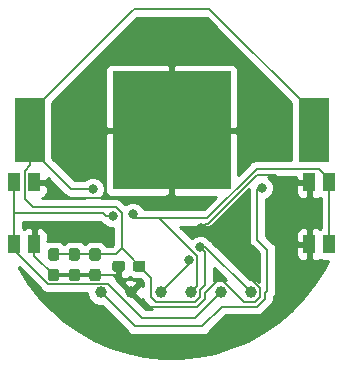
<source format=gbl>
G04 #@! TF.GenerationSoftware,KiCad,Pcbnew,5.0.1*
G04 #@! TF.CreationDate,2019-03-05T21:16:50+01:00*
G04 #@! TF.ProjectId,AnalogWatch,416E616C6F6757617463682E6B696361,rev?*
G04 #@! TF.SameCoordinates,Original*
G04 #@! TF.FileFunction,Copper,L2,Bot,Signal*
G04 #@! TF.FilePolarity,Positive*
%FSLAX46Y46*%
G04 Gerber Fmt 4.6, Leading zero omitted, Abs format (unit mm)*
G04 Created by KiCad (PCBNEW 5.0.1) date Di 05 Mär 2019 21:16:50 CET*
%MOMM*%
%LPD*%
G01*
G04 APERTURE LIST*
G04 #@! TA.AperFunction,SMDPad,CuDef*
%ADD10R,10.000000X10.000000*%
G04 #@! TD*
G04 #@! TA.AperFunction,SMDPad,CuDef*
%ADD11R,2.500000X5.500000*%
G04 #@! TD*
G04 #@! TA.AperFunction,BGAPad,CuDef*
%ADD12C,1.000000*%
G04 #@! TD*
G04 #@! TA.AperFunction,SMDPad,CuDef*
%ADD13R,1.000000X1.550000*%
G04 #@! TD*
G04 #@! TA.AperFunction,Conductor*
%ADD14C,0.100000*%
G04 #@! TD*
G04 #@! TA.AperFunction,SMDPad,CuDef*
%ADD15C,0.950000*%
G04 #@! TD*
G04 #@! TA.AperFunction,ViaPad*
%ADD16C,0.800000*%
G04 #@! TD*
G04 #@! TA.AperFunction,Conductor*
%ADD17C,0.200000*%
G04 #@! TD*
G04 #@! TA.AperFunction,Conductor*
%ADD18C,0.254000*%
G04 #@! TD*
G04 APERTURE END LIST*
D10*
G04 #@! TO.P,BT1,2*
G04 #@! TO.N,GND*
X100000000Y-95500000D03*
D11*
G04 #@! TO.P,BT1,1*
G04 #@! TO.N,VCC*
X88000000Y-95500000D03*
X112000000Y-95500000D03*
G04 #@! TD*
D12*
G04 #@! TO.P,J1,1*
G04 #@! TO.N,BT2*
X101600000Y-109220000D03*
G04 #@! TD*
G04 #@! TO.P,J2,1*
G04 #@! TO.N,C3_4*
X99060000Y-109220000D03*
G04 #@! TD*
G04 #@! TO.P,J3,1*
G04 #@! TO.N,RESET*
X93980000Y-109220000D03*
G04 #@! TD*
G04 #@! TO.P,J4,1*
G04 #@! TO.N,VCC*
X106680000Y-109220000D03*
G04 #@! TD*
G04 #@! TO.P,J5,1*
G04 #@! TO.N,BT1*
X104140000Y-109220000D03*
G04 #@! TD*
G04 #@! TO.P,J6,1*
G04 #@! TO.N,GND*
X96520000Y-109220000D03*
G04 #@! TD*
D13*
G04 #@! TO.P,SW1,1*
G04 #@! TO.N,BT1*
X86650000Y-105125000D03*
X86650000Y-99875000D03*
G04 #@! TO.P,SW1,2*
G04 #@! TO.N,GND*
X88350000Y-99875000D03*
X88350000Y-105125000D03*
G04 #@! TD*
G04 #@! TO.P,SW2,1*
G04 #@! TO.N,BT2*
X113350000Y-99875000D03*
X113350000Y-105125000D03*
G04 #@! TO.P,SW2,2*
G04 #@! TO.N,GND*
X111650000Y-105125000D03*
X111650000Y-99875000D03*
G04 #@! TD*
D14*
G04 #@! TO.N,VCC*
G04 #@! TO.C,C3*
G36*
X90260779Y-105476144D02*
X90283834Y-105479563D01*
X90306443Y-105485227D01*
X90328387Y-105493079D01*
X90349457Y-105503044D01*
X90369448Y-105515026D01*
X90388168Y-105528910D01*
X90405438Y-105544562D01*
X90421090Y-105561832D01*
X90434974Y-105580552D01*
X90446956Y-105600543D01*
X90456921Y-105621613D01*
X90464773Y-105643557D01*
X90470437Y-105666166D01*
X90473856Y-105689221D01*
X90475000Y-105712500D01*
X90475000Y-106287500D01*
X90473856Y-106310779D01*
X90470437Y-106333834D01*
X90464773Y-106356443D01*
X90456921Y-106378387D01*
X90446956Y-106399457D01*
X90434974Y-106419448D01*
X90421090Y-106438168D01*
X90405438Y-106455438D01*
X90388168Y-106471090D01*
X90369448Y-106484974D01*
X90349457Y-106496956D01*
X90328387Y-106506921D01*
X90306443Y-106514773D01*
X90283834Y-106520437D01*
X90260779Y-106523856D01*
X90237500Y-106525000D01*
X89762500Y-106525000D01*
X89739221Y-106523856D01*
X89716166Y-106520437D01*
X89693557Y-106514773D01*
X89671613Y-106506921D01*
X89650543Y-106496956D01*
X89630552Y-106484974D01*
X89611832Y-106471090D01*
X89594562Y-106455438D01*
X89578910Y-106438168D01*
X89565026Y-106419448D01*
X89553044Y-106399457D01*
X89543079Y-106378387D01*
X89535227Y-106356443D01*
X89529563Y-106333834D01*
X89526144Y-106310779D01*
X89525000Y-106287500D01*
X89525000Y-105712500D01*
X89526144Y-105689221D01*
X89529563Y-105666166D01*
X89535227Y-105643557D01*
X89543079Y-105621613D01*
X89553044Y-105600543D01*
X89565026Y-105580552D01*
X89578910Y-105561832D01*
X89594562Y-105544562D01*
X89611832Y-105528910D01*
X89630552Y-105515026D01*
X89650543Y-105503044D01*
X89671613Y-105493079D01*
X89693557Y-105485227D01*
X89716166Y-105479563D01*
X89739221Y-105476144D01*
X89762500Y-105475000D01*
X90237500Y-105475000D01*
X90260779Y-105476144D01*
X90260779Y-105476144D01*
G37*
D15*
G04 #@! TD*
G04 #@! TO.P,C3,1*
G04 #@! TO.N,VCC*
X90000000Y-106000000D03*
D14*
G04 #@! TO.N,GND*
G04 #@! TO.C,C3*
G36*
X90260779Y-107226144D02*
X90283834Y-107229563D01*
X90306443Y-107235227D01*
X90328387Y-107243079D01*
X90349457Y-107253044D01*
X90369448Y-107265026D01*
X90388168Y-107278910D01*
X90405438Y-107294562D01*
X90421090Y-107311832D01*
X90434974Y-107330552D01*
X90446956Y-107350543D01*
X90456921Y-107371613D01*
X90464773Y-107393557D01*
X90470437Y-107416166D01*
X90473856Y-107439221D01*
X90475000Y-107462500D01*
X90475000Y-108037500D01*
X90473856Y-108060779D01*
X90470437Y-108083834D01*
X90464773Y-108106443D01*
X90456921Y-108128387D01*
X90446956Y-108149457D01*
X90434974Y-108169448D01*
X90421090Y-108188168D01*
X90405438Y-108205438D01*
X90388168Y-108221090D01*
X90369448Y-108234974D01*
X90349457Y-108246956D01*
X90328387Y-108256921D01*
X90306443Y-108264773D01*
X90283834Y-108270437D01*
X90260779Y-108273856D01*
X90237500Y-108275000D01*
X89762500Y-108275000D01*
X89739221Y-108273856D01*
X89716166Y-108270437D01*
X89693557Y-108264773D01*
X89671613Y-108256921D01*
X89650543Y-108246956D01*
X89630552Y-108234974D01*
X89611832Y-108221090D01*
X89594562Y-108205438D01*
X89578910Y-108188168D01*
X89565026Y-108169448D01*
X89553044Y-108149457D01*
X89543079Y-108128387D01*
X89535227Y-108106443D01*
X89529563Y-108083834D01*
X89526144Y-108060779D01*
X89525000Y-108037500D01*
X89525000Y-107462500D01*
X89526144Y-107439221D01*
X89529563Y-107416166D01*
X89535227Y-107393557D01*
X89543079Y-107371613D01*
X89553044Y-107350543D01*
X89565026Y-107330552D01*
X89578910Y-107311832D01*
X89594562Y-107294562D01*
X89611832Y-107278910D01*
X89630552Y-107265026D01*
X89650543Y-107253044D01*
X89671613Y-107243079D01*
X89693557Y-107235227D01*
X89716166Y-107229563D01*
X89739221Y-107226144D01*
X89762500Y-107225000D01*
X90237500Y-107225000D01*
X90260779Y-107226144D01*
X90260779Y-107226144D01*
G37*
D15*
G04 #@! TD*
G04 #@! TO.P,C3,2*
G04 #@! TO.N,GND*
X90000000Y-107750000D03*
D14*
G04 #@! TO.N,GND*
G04 #@! TO.C,C4*
G36*
X92010779Y-107226144D02*
X92033834Y-107229563D01*
X92056443Y-107235227D01*
X92078387Y-107243079D01*
X92099457Y-107253044D01*
X92119448Y-107265026D01*
X92138168Y-107278910D01*
X92155438Y-107294562D01*
X92171090Y-107311832D01*
X92184974Y-107330552D01*
X92196956Y-107350543D01*
X92206921Y-107371613D01*
X92214773Y-107393557D01*
X92220437Y-107416166D01*
X92223856Y-107439221D01*
X92225000Y-107462500D01*
X92225000Y-108037500D01*
X92223856Y-108060779D01*
X92220437Y-108083834D01*
X92214773Y-108106443D01*
X92206921Y-108128387D01*
X92196956Y-108149457D01*
X92184974Y-108169448D01*
X92171090Y-108188168D01*
X92155438Y-108205438D01*
X92138168Y-108221090D01*
X92119448Y-108234974D01*
X92099457Y-108246956D01*
X92078387Y-108256921D01*
X92056443Y-108264773D01*
X92033834Y-108270437D01*
X92010779Y-108273856D01*
X91987500Y-108275000D01*
X91512500Y-108275000D01*
X91489221Y-108273856D01*
X91466166Y-108270437D01*
X91443557Y-108264773D01*
X91421613Y-108256921D01*
X91400543Y-108246956D01*
X91380552Y-108234974D01*
X91361832Y-108221090D01*
X91344562Y-108205438D01*
X91328910Y-108188168D01*
X91315026Y-108169448D01*
X91303044Y-108149457D01*
X91293079Y-108128387D01*
X91285227Y-108106443D01*
X91279563Y-108083834D01*
X91276144Y-108060779D01*
X91275000Y-108037500D01*
X91275000Y-107462500D01*
X91276144Y-107439221D01*
X91279563Y-107416166D01*
X91285227Y-107393557D01*
X91293079Y-107371613D01*
X91303044Y-107350543D01*
X91315026Y-107330552D01*
X91328910Y-107311832D01*
X91344562Y-107294562D01*
X91361832Y-107278910D01*
X91380552Y-107265026D01*
X91400543Y-107253044D01*
X91421613Y-107243079D01*
X91443557Y-107235227D01*
X91466166Y-107229563D01*
X91489221Y-107226144D01*
X91512500Y-107225000D01*
X91987500Y-107225000D01*
X92010779Y-107226144D01*
X92010779Y-107226144D01*
G37*
D15*
G04 #@! TD*
G04 #@! TO.P,C4,2*
G04 #@! TO.N,GND*
X91750000Y-107750000D03*
D14*
G04 #@! TO.N,VCC*
G04 #@! TO.C,C4*
G36*
X92010779Y-105476144D02*
X92033834Y-105479563D01*
X92056443Y-105485227D01*
X92078387Y-105493079D01*
X92099457Y-105503044D01*
X92119448Y-105515026D01*
X92138168Y-105528910D01*
X92155438Y-105544562D01*
X92171090Y-105561832D01*
X92184974Y-105580552D01*
X92196956Y-105600543D01*
X92206921Y-105621613D01*
X92214773Y-105643557D01*
X92220437Y-105666166D01*
X92223856Y-105689221D01*
X92225000Y-105712500D01*
X92225000Y-106287500D01*
X92223856Y-106310779D01*
X92220437Y-106333834D01*
X92214773Y-106356443D01*
X92206921Y-106378387D01*
X92196956Y-106399457D01*
X92184974Y-106419448D01*
X92171090Y-106438168D01*
X92155438Y-106455438D01*
X92138168Y-106471090D01*
X92119448Y-106484974D01*
X92099457Y-106496956D01*
X92078387Y-106506921D01*
X92056443Y-106514773D01*
X92033834Y-106520437D01*
X92010779Y-106523856D01*
X91987500Y-106525000D01*
X91512500Y-106525000D01*
X91489221Y-106523856D01*
X91466166Y-106520437D01*
X91443557Y-106514773D01*
X91421613Y-106506921D01*
X91400543Y-106496956D01*
X91380552Y-106484974D01*
X91361832Y-106471090D01*
X91344562Y-106455438D01*
X91328910Y-106438168D01*
X91315026Y-106419448D01*
X91303044Y-106399457D01*
X91293079Y-106378387D01*
X91285227Y-106356443D01*
X91279563Y-106333834D01*
X91276144Y-106310779D01*
X91275000Y-106287500D01*
X91275000Y-105712500D01*
X91276144Y-105689221D01*
X91279563Y-105666166D01*
X91285227Y-105643557D01*
X91293079Y-105621613D01*
X91303044Y-105600543D01*
X91315026Y-105580552D01*
X91328910Y-105561832D01*
X91344562Y-105544562D01*
X91361832Y-105528910D01*
X91380552Y-105515026D01*
X91400543Y-105503044D01*
X91421613Y-105493079D01*
X91443557Y-105485227D01*
X91466166Y-105479563D01*
X91489221Y-105476144D01*
X91512500Y-105475000D01*
X91987500Y-105475000D01*
X92010779Y-105476144D01*
X92010779Y-105476144D01*
G37*
D15*
G04 #@! TD*
G04 #@! TO.P,C4,1*
G04 #@! TO.N,VCC*
X91750000Y-106000000D03*
D14*
G04 #@! TO.N,GND*
G04 #@! TO.C,C5*
G36*
X95810779Y-106526144D02*
X95833834Y-106529563D01*
X95856443Y-106535227D01*
X95878387Y-106543079D01*
X95899457Y-106553044D01*
X95919448Y-106565026D01*
X95938168Y-106578910D01*
X95955438Y-106594562D01*
X95971090Y-106611832D01*
X95984974Y-106630552D01*
X95996956Y-106650543D01*
X96006921Y-106671613D01*
X96014773Y-106693557D01*
X96020437Y-106716166D01*
X96023856Y-106739221D01*
X96025000Y-106762500D01*
X96025000Y-107237500D01*
X96023856Y-107260779D01*
X96020437Y-107283834D01*
X96014773Y-107306443D01*
X96006921Y-107328387D01*
X95996956Y-107349457D01*
X95984974Y-107369448D01*
X95971090Y-107388168D01*
X95955438Y-107405438D01*
X95938168Y-107421090D01*
X95919448Y-107434974D01*
X95899457Y-107446956D01*
X95878387Y-107456921D01*
X95856443Y-107464773D01*
X95833834Y-107470437D01*
X95810779Y-107473856D01*
X95787500Y-107475000D01*
X95212500Y-107475000D01*
X95189221Y-107473856D01*
X95166166Y-107470437D01*
X95143557Y-107464773D01*
X95121613Y-107456921D01*
X95100543Y-107446956D01*
X95080552Y-107434974D01*
X95061832Y-107421090D01*
X95044562Y-107405438D01*
X95028910Y-107388168D01*
X95015026Y-107369448D01*
X95003044Y-107349457D01*
X94993079Y-107328387D01*
X94985227Y-107306443D01*
X94979563Y-107283834D01*
X94976144Y-107260779D01*
X94975000Y-107237500D01*
X94975000Y-106762500D01*
X94976144Y-106739221D01*
X94979563Y-106716166D01*
X94985227Y-106693557D01*
X94993079Y-106671613D01*
X95003044Y-106650543D01*
X95015026Y-106630552D01*
X95028910Y-106611832D01*
X95044562Y-106594562D01*
X95061832Y-106578910D01*
X95080552Y-106565026D01*
X95100543Y-106553044D01*
X95121613Y-106543079D01*
X95143557Y-106535227D01*
X95166166Y-106529563D01*
X95189221Y-106526144D01*
X95212500Y-106525000D01*
X95787500Y-106525000D01*
X95810779Y-106526144D01*
X95810779Y-106526144D01*
G37*
D15*
G04 #@! TD*
G04 #@! TO.P,C5,2*
G04 #@! TO.N,GND*
X95500000Y-107000000D03*
D14*
G04 #@! TO.N,VCC*
G04 #@! TO.C,C5*
G36*
X97560779Y-106526144D02*
X97583834Y-106529563D01*
X97606443Y-106535227D01*
X97628387Y-106543079D01*
X97649457Y-106553044D01*
X97669448Y-106565026D01*
X97688168Y-106578910D01*
X97705438Y-106594562D01*
X97721090Y-106611832D01*
X97734974Y-106630552D01*
X97746956Y-106650543D01*
X97756921Y-106671613D01*
X97764773Y-106693557D01*
X97770437Y-106716166D01*
X97773856Y-106739221D01*
X97775000Y-106762500D01*
X97775000Y-107237500D01*
X97773856Y-107260779D01*
X97770437Y-107283834D01*
X97764773Y-107306443D01*
X97756921Y-107328387D01*
X97746956Y-107349457D01*
X97734974Y-107369448D01*
X97721090Y-107388168D01*
X97705438Y-107405438D01*
X97688168Y-107421090D01*
X97669448Y-107434974D01*
X97649457Y-107446956D01*
X97628387Y-107456921D01*
X97606443Y-107464773D01*
X97583834Y-107470437D01*
X97560779Y-107473856D01*
X97537500Y-107475000D01*
X96962500Y-107475000D01*
X96939221Y-107473856D01*
X96916166Y-107470437D01*
X96893557Y-107464773D01*
X96871613Y-107456921D01*
X96850543Y-107446956D01*
X96830552Y-107434974D01*
X96811832Y-107421090D01*
X96794562Y-107405438D01*
X96778910Y-107388168D01*
X96765026Y-107369448D01*
X96753044Y-107349457D01*
X96743079Y-107328387D01*
X96735227Y-107306443D01*
X96729563Y-107283834D01*
X96726144Y-107260779D01*
X96725000Y-107237500D01*
X96725000Y-106762500D01*
X96726144Y-106739221D01*
X96729563Y-106716166D01*
X96735227Y-106693557D01*
X96743079Y-106671613D01*
X96753044Y-106650543D01*
X96765026Y-106630552D01*
X96778910Y-106611832D01*
X96794562Y-106594562D01*
X96811832Y-106578910D01*
X96830552Y-106565026D01*
X96850543Y-106553044D01*
X96871613Y-106543079D01*
X96893557Y-106535227D01*
X96916166Y-106529563D01*
X96939221Y-106526144D01*
X96962500Y-106525000D01*
X97537500Y-106525000D01*
X97560779Y-106526144D01*
X97560779Y-106526144D01*
G37*
D15*
G04 #@! TD*
G04 #@! TO.P,C5,1*
G04 #@! TO.N,VCC*
X97250000Y-107000000D03*
D14*
G04 #@! TO.N,VCC*
G04 #@! TO.C,C6*
G36*
X93760779Y-105476144D02*
X93783834Y-105479563D01*
X93806443Y-105485227D01*
X93828387Y-105493079D01*
X93849457Y-105503044D01*
X93869448Y-105515026D01*
X93888168Y-105528910D01*
X93905438Y-105544562D01*
X93921090Y-105561832D01*
X93934974Y-105580552D01*
X93946956Y-105600543D01*
X93956921Y-105621613D01*
X93964773Y-105643557D01*
X93970437Y-105666166D01*
X93973856Y-105689221D01*
X93975000Y-105712500D01*
X93975000Y-106287500D01*
X93973856Y-106310779D01*
X93970437Y-106333834D01*
X93964773Y-106356443D01*
X93956921Y-106378387D01*
X93946956Y-106399457D01*
X93934974Y-106419448D01*
X93921090Y-106438168D01*
X93905438Y-106455438D01*
X93888168Y-106471090D01*
X93869448Y-106484974D01*
X93849457Y-106496956D01*
X93828387Y-106506921D01*
X93806443Y-106514773D01*
X93783834Y-106520437D01*
X93760779Y-106523856D01*
X93737500Y-106525000D01*
X93262500Y-106525000D01*
X93239221Y-106523856D01*
X93216166Y-106520437D01*
X93193557Y-106514773D01*
X93171613Y-106506921D01*
X93150543Y-106496956D01*
X93130552Y-106484974D01*
X93111832Y-106471090D01*
X93094562Y-106455438D01*
X93078910Y-106438168D01*
X93065026Y-106419448D01*
X93053044Y-106399457D01*
X93043079Y-106378387D01*
X93035227Y-106356443D01*
X93029563Y-106333834D01*
X93026144Y-106310779D01*
X93025000Y-106287500D01*
X93025000Y-105712500D01*
X93026144Y-105689221D01*
X93029563Y-105666166D01*
X93035227Y-105643557D01*
X93043079Y-105621613D01*
X93053044Y-105600543D01*
X93065026Y-105580552D01*
X93078910Y-105561832D01*
X93094562Y-105544562D01*
X93111832Y-105528910D01*
X93130552Y-105515026D01*
X93150543Y-105503044D01*
X93171613Y-105493079D01*
X93193557Y-105485227D01*
X93216166Y-105479563D01*
X93239221Y-105476144D01*
X93262500Y-105475000D01*
X93737500Y-105475000D01*
X93760779Y-105476144D01*
X93760779Y-105476144D01*
G37*
D15*
G04 #@! TD*
G04 #@! TO.P,C6,1*
G04 #@! TO.N,VCC*
X93500000Y-106000000D03*
D14*
G04 #@! TO.N,GND*
G04 #@! TO.C,C6*
G36*
X93760779Y-107226144D02*
X93783834Y-107229563D01*
X93806443Y-107235227D01*
X93828387Y-107243079D01*
X93849457Y-107253044D01*
X93869448Y-107265026D01*
X93888168Y-107278910D01*
X93905438Y-107294562D01*
X93921090Y-107311832D01*
X93934974Y-107330552D01*
X93946956Y-107350543D01*
X93956921Y-107371613D01*
X93964773Y-107393557D01*
X93970437Y-107416166D01*
X93973856Y-107439221D01*
X93975000Y-107462500D01*
X93975000Y-108037500D01*
X93973856Y-108060779D01*
X93970437Y-108083834D01*
X93964773Y-108106443D01*
X93956921Y-108128387D01*
X93946956Y-108149457D01*
X93934974Y-108169448D01*
X93921090Y-108188168D01*
X93905438Y-108205438D01*
X93888168Y-108221090D01*
X93869448Y-108234974D01*
X93849457Y-108246956D01*
X93828387Y-108256921D01*
X93806443Y-108264773D01*
X93783834Y-108270437D01*
X93760779Y-108273856D01*
X93737500Y-108275000D01*
X93262500Y-108275000D01*
X93239221Y-108273856D01*
X93216166Y-108270437D01*
X93193557Y-108264773D01*
X93171613Y-108256921D01*
X93150543Y-108246956D01*
X93130552Y-108234974D01*
X93111832Y-108221090D01*
X93094562Y-108205438D01*
X93078910Y-108188168D01*
X93065026Y-108169448D01*
X93053044Y-108149457D01*
X93043079Y-108128387D01*
X93035227Y-108106443D01*
X93029563Y-108083834D01*
X93026144Y-108060779D01*
X93025000Y-108037500D01*
X93025000Y-107462500D01*
X93026144Y-107439221D01*
X93029563Y-107416166D01*
X93035227Y-107393557D01*
X93043079Y-107371613D01*
X93053044Y-107350543D01*
X93065026Y-107330552D01*
X93078910Y-107311832D01*
X93094562Y-107294562D01*
X93111832Y-107278910D01*
X93130552Y-107265026D01*
X93150543Y-107253044D01*
X93171613Y-107243079D01*
X93193557Y-107235227D01*
X93216166Y-107229563D01*
X93239221Y-107226144D01*
X93262500Y-107225000D01*
X93737500Y-107225000D01*
X93760779Y-107226144D01*
X93760779Y-107226144D01*
G37*
D15*
G04 #@! TD*
G04 #@! TO.P,C6,2*
G04 #@! TO.N,GND*
X93500000Y-107750000D03*
D16*
G04 #@! TO.N,C3_4*
X101429727Y-106446474D03*
G04 #@! TO.N,GND*
X102461977Y-103802176D03*
G04 #@! TO.N,VCC*
X93307180Y-100469751D03*
X102404555Y-105395336D03*
G04 #@! TO.N,RESET*
X107619982Y-100369982D03*
G04 #@! TO.N,BT2*
X96686050Y-102610894D03*
G04 #@! TO.N,BT1*
X94982327Y-102769575D03*
G04 #@! TD*
D17*
G04 #@! TO.N,C3_4*
X99060000Y-109220000D02*
X101429727Y-106850273D01*
X101429727Y-106850273D02*
X101429727Y-106446474D01*
G04 #@! TO.N,GND*
X111650000Y-102900000D02*
X111650000Y-105125000D01*
X111650000Y-102900000D02*
X111650000Y-99875000D01*
X97720012Y-110420012D02*
X96520000Y-109220000D01*
X102149690Y-110420012D02*
X97720012Y-110420012D01*
X102800012Y-109769690D02*
X102149690Y-110420012D01*
X102800012Y-109303990D02*
X102800012Y-109769690D01*
X107480001Y-108820200D02*
X107480001Y-109604001D01*
X107480001Y-109604001D02*
X107064001Y-110020001D01*
X107064001Y-110020001D02*
X106124003Y-110020001D01*
X102461977Y-103802176D02*
X107480001Y-108820200D01*
X111650000Y-99875000D02*
X109375000Y-99875000D01*
X109375000Y-99875000D02*
X108750000Y-99250000D01*
X107194992Y-99250000D02*
X103042815Y-103402177D01*
X102861976Y-103402177D02*
X102461977Y-103802176D01*
X103042815Y-103402177D02*
X102861976Y-103402177D01*
X108750000Y-99250000D02*
X107194992Y-99250000D01*
X89050000Y-99875000D02*
X90425000Y-101250000D01*
X88350000Y-99875000D02*
X89050000Y-99875000D01*
X100000000Y-100700000D02*
X100000000Y-95500000D01*
X99450000Y-101250000D02*
X100000000Y-100700000D01*
X90425000Y-101250000D02*
X99450000Y-101250000D01*
X95300000Y-108000000D02*
X96520000Y-109220000D01*
X90000000Y-107750000D02*
X91750000Y-107750000D01*
X91750000Y-107750000D02*
X93500000Y-107750000D01*
X95050000Y-107750000D02*
X95300000Y-108000000D01*
X93500000Y-107750000D02*
X95050000Y-107750000D01*
X95050000Y-107750000D02*
X95250000Y-107750000D01*
X95250000Y-107750000D02*
X95500000Y-107500000D01*
X95500000Y-107500000D02*
X95500000Y-107000000D01*
X88350000Y-106100000D02*
X90000000Y-107750000D01*
X88350000Y-105125000D02*
X88350000Y-106100000D01*
X104354002Y-108250000D02*
X103854002Y-108250000D01*
X103854002Y-108250000D02*
X102800012Y-109303990D01*
X106124003Y-110020001D02*
X104354002Y-108250000D01*
G04 #@! TO.N,VCC*
X92741495Y-100469751D02*
X93307180Y-100469751D01*
X88000000Y-95500000D02*
X88000000Y-97000000D01*
X91469751Y-100469751D02*
X92741495Y-100469751D01*
X88000000Y-97000000D02*
X91469751Y-100469751D01*
X106680000Y-109220000D02*
X102855336Y-105395336D01*
X102855336Y-105395336D02*
X102404555Y-105395336D01*
X96721488Y-85278512D02*
X96860230Y-85250000D01*
X88000000Y-95500000D02*
X88000000Y-94000000D01*
X88000000Y-94000000D02*
X96721488Y-85278512D01*
X103139770Y-85250000D02*
X103278513Y-85278513D01*
X96860230Y-85250000D02*
X103139770Y-85250000D01*
X112000000Y-94000000D02*
X112000000Y-95500000D01*
X103278513Y-85278513D02*
X112000000Y-94000000D01*
X88250000Y-102000000D02*
X87549999Y-101299999D01*
X95750000Y-102501246D02*
X95248754Y-102000000D01*
X95248754Y-102000000D02*
X88250000Y-102000000D01*
X87549999Y-101299999D02*
X87549999Y-98900001D01*
X87549999Y-98900001D02*
X88000000Y-98450000D01*
X88000000Y-98450000D02*
X88000000Y-95500000D01*
X102400001Y-108985698D02*
X102400001Y-109604001D01*
X102804554Y-105795335D02*
X102804554Y-108581145D01*
X101984001Y-110020001D02*
X98675999Y-110020001D01*
X102400001Y-109604001D02*
X101984001Y-110020001D01*
X98675999Y-110020001D02*
X98259999Y-109604001D01*
X102804554Y-108581145D02*
X102400001Y-108985698D01*
X102404555Y-105395336D02*
X102804554Y-105795335D01*
X95750000Y-105494000D02*
X95750000Y-102501246D01*
X98259999Y-109604001D02*
X98259999Y-108003999D01*
X98259999Y-108003999D02*
X95750000Y-105494000D01*
X90000000Y-106000000D02*
X91750000Y-106000000D01*
X91750000Y-106000000D02*
X93500000Y-106000000D01*
X95244000Y-106000000D02*
X95750000Y-105494000D01*
X93500000Y-106000000D02*
X95244000Y-106000000D01*
G04 #@! TO.N,RESET*
X107250000Y-100565685D02*
X107250000Y-100500000D01*
X107880012Y-109304288D02*
X107880012Y-109769690D01*
X102584311Y-112099989D02*
X96859989Y-112099989D01*
X96859989Y-112099989D02*
X94479999Y-109719999D01*
X94479999Y-109719999D02*
X93980000Y-109220000D01*
X107250000Y-100565685D02*
X107250000Y-104750000D01*
X108099989Y-109084311D02*
X107880012Y-109304288D01*
X107229690Y-110420012D02*
X104264288Y-110420012D01*
X104264288Y-110420012D02*
X102584311Y-112099989D01*
X107250000Y-104750000D02*
X108099989Y-105599989D01*
X108099989Y-105599989D02*
X108099989Y-109084311D01*
X107880012Y-109769690D02*
X107229690Y-110420012D01*
X107250000Y-100565685D02*
X107445703Y-100369982D01*
X107445703Y-100369982D02*
X107619982Y-100369982D01*
G04 #@! TO.N,BT2*
X113350000Y-99875000D02*
X113350000Y-102500000D01*
X113350000Y-102500000D02*
X113350000Y-105125000D01*
X102129728Y-108690272D02*
X102129728Y-106110473D01*
X101600000Y-109220000D02*
X102129728Y-108690272D01*
X98942892Y-102923637D02*
X96692038Y-102923637D01*
X102129728Y-106110473D02*
X98942892Y-102923637D01*
X96686050Y-102917649D02*
X96686050Y-102610894D01*
X96692038Y-102923637D02*
X96686050Y-102917649D01*
X103010663Y-102923637D02*
X96692038Y-102923637D01*
X107184300Y-98750000D02*
X103010663Y-102923637D01*
X112500000Y-98750000D02*
X107184300Y-98750000D01*
X113350000Y-99875000D02*
X113350000Y-99600000D01*
X113350000Y-99600000D02*
X112500000Y-98750000D01*
G04 #@! TO.N,BT1*
X104140000Y-109220000D02*
X103339999Y-110020001D01*
X86669575Y-102769575D02*
X86650000Y-102750000D01*
X86650000Y-105125000D02*
X86650000Y-102750000D01*
X94147067Y-102500000D02*
X86650000Y-102500000D01*
X94416642Y-102769575D02*
X94147067Y-102500000D01*
X94982327Y-102769575D02*
X94416642Y-102769575D01*
X86650000Y-102750000D02*
X86650000Y-102500000D01*
X86650000Y-102500000D02*
X86650000Y-99875000D01*
X86650000Y-105650000D02*
X86650000Y-105125000D01*
X89500000Y-108500000D02*
X86650000Y-105650000D01*
X97516007Y-111400009D02*
X94615998Y-108500000D01*
X94615998Y-108500000D02*
X89500000Y-108500000D01*
X104140000Y-109220000D02*
X101959991Y-111400009D01*
X101959991Y-111400009D02*
X97516007Y-111400009D01*
G04 #@! TD*
D18*
G04 #@! TO.N,GND*
G36*
X110515000Y-99589250D02*
X110673750Y-99748000D01*
X111523000Y-99748000D01*
X111523000Y-99728000D01*
X111777000Y-99728000D01*
X111777000Y-99748000D01*
X111797000Y-99748000D01*
X111797000Y-100002000D01*
X111777000Y-100002000D01*
X111777000Y-101126250D01*
X111935750Y-101285000D01*
X112276310Y-101285000D01*
X112509699Y-101188327D01*
X112510899Y-101187127D01*
X112602235Y-101248157D01*
X112615001Y-101250696D01*
X112615001Y-102427608D01*
X112615000Y-102427613D01*
X112615000Y-103749304D01*
X112602235Y-103751843D01*
X112510899Y-103812873D01*
X112509699Y-103811673D01*
X112276310Y-103715000D01*
X111935750Y-103715000D01*
X111777000Y-103873750D01*
X111777000Y-104998000D01*
X111797000Y-104998000D01*
X111797000Y-105252000D01*
X111777000Y-105252000D01*
X111777000Y-106376250D01*
X111935750Y-106535000D01*
X112276310Y-106535000D01*
X112509699Y-106438327D01*
X112510899Y-106437127D01*
X112602235Y-106498157D01*
X112850000Y-106547440D01*
X113212855Y-106547440D01*
X112863472Y-107248194D01*
X112065144Y-108511023D01*
X111143287Y-109686712D01*
X110107338Y-110763222D01*
X108967904Y-111729532D01*
X107736652Y-112575748D01*
X106426187Y-113293207D01*
X105049927Y-113874562D01*
X103621964Y-114313861D01*
X102156916Y-114606606D01*
X100669785Y-114749800D01*
X99175795Y-114741978D01*
X97690245Y-114583218D01*
X96228343Y-114275147D01*
X94805058Y-113820919D01*
X93434962Y-113225184D01*
X92132082Y-112494042D01*
X90909758Y-111634979D01*
X89780506Y-110656790D01*
X88755887Y-109569490D01*
X87846392Y-108384213D01*
X87061332Y-107113093D01*
X87049708Y-107089154D01*
X88929091Y-108968537D01*
X88970095Y-109029905D01*
X89213217Y-109192354D01*
X89427612Y-109235000D01*
X89500000Y-109249399D01*
X89572388Y-109235000D01*
X92845000Y-109235000D01*
X92845000Y-109445766D01*
X93017793Y-109862926D01*
X93337074Y-110182207D01*
X93754234Y-110355000D01*
X94075554Y-110355000D01*
X96289080Y-112568526D01*
X96330084Y-112629894D01*
X96573206Y-112792343D01*
X96787601Y-112834989D01*
X96787604Y-112834989D01*
X96859988Y-112849387D01*
X96932372Y-112834989D01*
X102511927Y-112834989D01*
X102584311Y-112849387D01*
X102656695Y-112834989D01*
X102656699Y-112834989D01*
X102871094Y-112792343D01*
X103114216Y-112629894D01*
X103155222Y-112568524D01*
X104568735Y-111155012D01*
X107157306Y-111155012D01*
X107229690Y-111169410D01*
X107302074Y-111155012D01*
X107302078Y-111155012D01*
X107516473Y-111112366D01*
X107759595Y-110949917D01*
X107800601Y-110888547D01*
X108348549Y-110340600D01*
X108409917Y-110299595D01*
X108572366Y-110056473D01*
X108615012Y-109842078D01*
X108615012Y-109842075D01*
X108629410Y-109769691D01*
X108615012Y-109697307D01*
X108615012Y-109624160D01*
X108629894Y-109614216D01*
X108792343Y-109371094D01*
X108834989Y-109156699D01*
X108834989Y-109156696D01*
X108849387Y-109084312D01*
X108834989Y-109011928D01*
X108834989Y-105672373D01*
X108849387Y-105599989D01*
X108834989Y-105527605D01*
X108834989Y-105527601D01*
X108811746Y-105410750D01*
X110515000Y-105410750D01*
X110515000Y-106026309D01*
X110611673Y-106259698D01*
X110790301Y-106438327D01*
X111023690Y-106535000D01*
X111364250Y-106535000D01*
X111523000Y-106376250D01*
X111523000Y-105252000D01*
X110673750Y-105252000D01*
X110515000Y-105410750D01*
X108811746Y-105410750D01*
X108792343Y-105313206D01*
X108629894Y-105070084D01*
X108568527Y-105029080D01*
X107985000Y-104445554D01*
X107985000Y-104223691D01*
X110515000Y-104223691D01*
X110515000Y-104839250D01*
X110673750Y-104998000D01*
X111523000Y-104998000D01*
X111523000Y-103873750D01*
X111364250Y-103715000D01*
X111023690Y-103715000D01*
X110790301Y-103811673D01*
X110611673Y-103990302D01*
X110515000Y-104223691D01*
X107985000Y-104223691D01*
X107985000Y-101339063D01*
X108206262Y-101247413D01*
X108497413Y-100956262D01*
X108654982Y-100575856D01*
X108654982Y-100164108D01*
X108653592Y-100160750D01*
X110515000Y-100160750D01*
X110515000Y-100776309D01*
X110611673Y-101009698D01*
X110790301Y-101188327D01*
X111023690Y-101285000D01*
X111364250Y-101285000D01*
X111523000Y-101126250D01*
X111523000Y-100002000D01*
X110673750Y-100002000D01*
X110515000Y-100160750D01*
X108653592Y-100160750D01*
X108497413Y-99783702D01*
X108206262Y-99492551D01*
X108188032Y-99485000D01*
X110515000Y-99485000D01*
X110515000Y-99589250D01*
X110515000Y-99589250D01*
G37*
X110515000Y-99589250D02*
X110673750Y-99748000D01*
X111523000Y-99748000D01*
X111523000Y-99728000D01*
X111777000Y-99728000D01*
X111777000Y-99748000D01*
X111797000Y-99748000D01*
X111797000Y-100002000D01*
X111777000Y-100002000D01*
X111777000Y-101126250D01*
X111935750Y-101285000D01*
X112276310Y-101285000D01*
X112509699Y-101188327D01*
X112510899Y-101187127D01*
X112602235Y-101248157D01*
X112615001Y-101250696D01*
X112615001Y-102427608D01*
X112615000Y-102427613D01*
X112615000Y-103749304D01*
X112602235Y-103751843D01*
X112510899Y-103812873D01*
X112509699Y-103811673D01*
X112276310Y-103715000D01*
X111935750Y-103715000D01*
X111777000Y-103873750D01*
X111777000Y-104998000D01*
X111797000Y-104998000D01*
X111797000Y-105252000D01*
X111777000Y-105252000D01*
X111777000Y-106376250D01*
X111935750Y-106535000D01*
X112276310Y-106535000D01*
X112509699Y-106438327D01*
X112510899Y-106437127D01*
X112602235Y-106498157D01*
X112850000Y-106547440D01*
X113212855Y-106547440D01*
X112863472Y-107248194D01*
X112065144Y-108511023D01*
X111143287Y-109686712D01*
X110107338Y-110763222D01*
X108967904Y-111729532D01*
X107736652Y-112575748D01*
X106426187Y-113293207D01*
X105049927Y-113874562D01*
X103621964Y-114313861D01*
X102156916Y-114606606D01*
X100669785Y-114749800D01*
X99175795Y-114741978D01*
X97690245Y-114583218D01*
X96228343Y-114275147D01*
X94805058Y-113820919D01*
X93434962Y-113225184D01*
X92132082Y-112494042D01*
X90909758Y-111634979D01*
X89780506Y-110656790D01*
X88755887Y-109569490D01*
X87846392Y-108384213D01*
X87061332Y-107113093D01*
X87049708Y-107089154D01*
X88929091Y-108968537D01*
X88970095Y-109029905D01*
X89213217Y-109192354D01*
X89427612Y-109235000D01*
X89500000Y-109249399D01*
X89572388Y-109235000D01*
X92845000Y-109235000D01*
X92845000Y-109445766D01*
X93017793Y-109862926D01*
X93337074Y-110182207D01*
X93754234Y-110355000D01*
X94075554Y-110355000D01*
X96289080Y-112568526D01*
X96330084Y-112629894D01*
X96573206Y-112792343D01*
X96787601Y-112834989D01*
X96787604Y-112834989D01*
X96859988Y-112849387D01*
X96932372Y-112834989D01*
X102511927Y-112834989D01*
X102584311Y-112849387D01*
X102656695Y-112834989D01*
X102656699Y-112834989D01*
X102871094Y-112792343D01*
X103114216Y-112629894D01*
X103155222Y-112568524D01*
X104568735Y-111155012D01*
X107157306Y-111155012D01*
X107229690Y-111169410D01*
X107302074Y-111155012D01*
X107302078Y-111155012D01*
X107516473Y-111112366D01*
X107759595Y-110949917D01*
X107800601Y-110888547D01*
X108348549Y-110340600D01*
X108409917Y-110299595D01*
X108572366Y-110056473D01*
X108615012Y-109842078D01*
X108615012Y-109842075D01*
X108629410Y-109769691D01*
X108615012Y-109697307D01*
X108615012Y-109624160D01*
X108629894Y-109614216D01*
X108792343Y-109371094D01*
X108834989Y-109156699D01*
X108834989Y-109156696D01*
X108849387Y-109084312D01*
X108834989Y-109011928D01*
X108834989Y-105672373D01*
X108849387Y-105599989D01*
X108834989Y-105527605D01*
X108834989Y-105527601D01*
X108811746Y-105410750D01*
X110515000Y-105410750D01*
X110515000Y-106026309D01*
X110611673Y-106259698D01*
X110790301Y-106438327D01*
X111023690Y-106535000D01*
X111364250Y-106535000D01*
X111523000Y-106376250D01*
X111523000Y-105252000D01*
X110673750Y-105252000D01*
X110515000Y-105410750D01*
X108811746Y-105410750D01*
X108792343Y-105313206D01*
X108629894Y-105070084D01*
X108568527Y-105029080D01*
X107985000Y-104445554D01*
X107985000Y-104223691D01*
X110515000Y-104223691D01*
X110515000Y-104839250D01*
X110673750Y-104998000D01*
X111523000Y-104998000D01*
X111523000Y-103873750D01*
X111364250Y-103715000D01*
X111023690Y-103715000D01*
X110790301Y-103811673D01*
X110611673Y-103990302D01*
X110515000Y-104223691D01*
X107985000Y-104223691D01*
X107985000Y-101339063D01*
X108206262Y-101247413D01*
X108497413Y-100956262D01*
X108654982Y-100575856D01*
X108654982Y-100164108D01*
X108653592Y-100160750D01*
X110515000Y-100160750D01*
X110515000Y-100776309D01*
X110611673Y-101009698D01*
X110790301Y-101188327D01*
X111023690Y-101285000D01*
X111364250Y-101285000D01*
X111523000Y-101126250D01*
X111523000Y-100002000D01*
X110673750Y-100002000D01*
X110515000Y-100160750D01*
X108653592Y-100160750D01*
X108497413Y-99783702D01*
X108206262Y-99492551D01*
X108188032Y-99485000D01*
X110515000Y-99485000D01*
X110515000Y-99589250D01*
G36*
X95627000Y-106873000D02*
X95647000Y-106873000D01*
X95647000Y-107127000D01*
X95627000Y-107127000D01*
X95627000Y-107951250D01*
X95785750Y-108110000D01*
X96151309Y-108110000D01*
X96384698Y-108013327D01*
X96455460Y-107942565D01*
X96623848Y-108055078D01*
X96962500Y-108122440D01*
X97338993Y-108122440D01*
X97525000Y-108308447D01*
X97525000Y-108646610D01*
X97310104Y-108609501D01*
X96699605Y-109220000D01*
X97310104Y-109830499D01*
X97525217Y-109793352D01*
X97539656Y-109750072D01*
X97567645Y-109890783D01*
X97730094Y-110133906D01*
X97791464Y-110174912D01*
X98105088Y-110488536D01*
X98146094Y-110549906D01*
X98318358Y-110665009D01*
X97820454Y-110665009D01*
X95585341Y-108429896D01*
X95909501Y-108429896D01*
X96520000Y-109040395D01*
X97130499Y-108429896D01*
X97093352Y-108214783D01*
X96665028Y-108071888D01*
X96214625Y-108103783D01*
X95946648Y-108214783D01*
X95909501Y-108429896D01*
X95585341Y-108429896D01*
X95239847Y-108084403D01*
X95373000Y-107951250D01*
X95373000Y-107127000D01*
X95353000Y-107127000D01*
X95353000Y-106873000D01*
X95373000Y-106873000D01*
X95373000Y-106853000D01*
X95627000Y-106853000D01*
X95627000Y-106873000D01*
X95627000Y-106873000D01*
G37*
X95627000Y-106873000D02*
X95647000Y-106873000D01*
X95647000Y-107127000D01*
X95627000Y-107127000D01*
X95627000Y-107951250D01*
X95785750Y-108110000D01*
X96151309Y-108110000D01*
X96384698Y-108013327D01*
X96455460Y-107942565D01*
X96623848Y-108055078D01*
X96962500Y-108122440D01*
X97338993Y-108122440D01*
X97525000Y-108308447D01*
X97525000Y-108646610D01*
X97310104Y-108609501D01*
X96699605Y-109220000D01*
X97310104Y-109830499D01*
X97525217Y-109793352D01*
X97539656Y-109750072D01*
X97567645Y-109890783D01*
X97730094Y-110133906D01*
X97791464Y-110174912D01*
X98105088Y-110488536D01*
X98146094Y-110549906D01*
X98318358Y-110665009D01*
X97820454Y-110665009D01*
X95585341Y-108429896D01*
X95909501Y-108429896D01*
X96520000Y-109040395D01*
X97130499Y-108429896D01*
X97093352Y-108214783D01*
X96665028Y-108071888D01*
X96214625Y-108103783D01*
X95946648Y-108214783D01*
X95909501Y-108429896D01*
X95585341Y-108429896D01*
X95239847Y-108084403D01*
X95373000Y-107951250D01*
X95373000Y-107127000D01*
X95353000Y-107127000D01*
X95353000Y-106873000D01*
X95373000Y-106873000D01*
X95373000Y-106853000D01*
X95627000Y-106853000D01*
X95627000Y-106873000D01*
G36*
X106515000Y-100493301D02*
X106500602Y-100565685D01*
X106515000Y-100638069D01*
X106515001Y-104677611D01*
X106500602Y-104750000D01*
X106557646Y-105036782D01*
X106579898Y-105070084D01*
X106720096Y-105279905D01*
X106781463Y-105320909D01*
X107364989Y-105904436D01*
X107364990Y-108299857D01*
X107322926Y-108257793D01*
X106905766Y-108085000D01*
X106584447Y-108085000D01*
X103426247Y-104926801D01*
X103385241Y-104865431D01*
X103243960Y-104771030D01*
X102990835Y-104517905D01*
X102610429Y-104360336D01*
X102198681Y-104360336D01*
X101818275Y-104517905D01*
X101697441Y-104638739D01*
X100717338Y-103658637D01*
X102938279Y-103658637D01*
X103010663Y-103673035D01*
X103083047Y-103658637D01*
X103083051Y-103658637D01*
X103297446Y-103615991D01*
X103540568Y-103453542D01*
X103581574Y-103392172D01*
X106515000Y-100458747D01*
X106515000Y-100493301D01*
X106515000Y-100493301D01*
G37*
X106515000Y-100493301D02*
X106500602Y-100565685D01*
X106515000Y-100638069D01*
X106515001Y-104677611D01*
X106500602Y-104750000D01*
X106557646Y-105036782D01*
X106579898Y-105070084D01*
X106720096Y-105279905D01*
X106781463Y-105320909D01*
X107364989Y-105904436D01*
X107364990Y-108299857D01*
X107322926Y-108257793D01*
X106905766Y-108085000D01*
X106584447Y-108085000D01*
X103426247Y-104926801D01*
X103385241Y-104865431D01*
X103243960Y-104771030D01*
X102990835Y-104517905D01*
X102610429Y-104360336D01*
X102198681Y-104360336D01*
X101818275Y-104517905D01*
X101697441Y-104638739D01*
X100717338Y-103658637D01*
X102938279Y-103658637D01*
X103010663Y-103673035D01*
X103083047Y-103658637D01*
X103083051Y-103658637D01*
X103297446Y-103615991D01*
X103540568Y-103453542D01*
X103581574Y-103392172D01*
X106515000Y-100458747D01*
X106515000Y-100493301D01*
G36*
X104604398Y-108183844D02*
X104365766Y-108085000D01*
X103914234Y-108085000D01*
X103539554Y-108240197D01*
X103539554Y-107119000D01*
X104604398Y-108183844D01*
X104604398Y-108183844D01*
G37*
X104604398Y-108183844D02*
X104365766Y-108085000D01*
X103914234Y-108085000D01*
X103539554Y-108240197D01*
X103539554Y-107119000D01*
X104604398Y-108183844D01*
G36*
X90127000Y-107623000D02*
X91623000Y-107623000D01*
X91623000Y-107603000D01*
X91877000Y-107603000D01*
X91877000Y-107623000D01*
X93373000Y-107623000D01*
X93373000Y-107603000D01*
X93627000Y-107603000D01*
X93627000Y-107623000D01*
X93647000Y-107623000D01*
X93647000Y-107765000D01*
X89853000Y-107765000D01*
X89853000Y-107623000D01*
X89873000Y-107623000D01*
X89873000Y-107603000D01*
X90127000Y-107603000D01*
X90127000Y-107623000D01*
X90127000Y-107623000D01*
G37*
X90127000Y-107623000D02*
X91623000Y-107623000D01*
X91623000Y-107603000D01*
X91877000Y-107603000D01*
X91877000Y-107623000D01*
X93373000Y-107623000D01*
X93373000Y-107603000D01*
X93627000Y-107603000D01*
X93627000Y-107623000D01*
X93647000Y-107623000D01*
X93647000Y-107765000D01*
X89853000Y-107765000D01*
X89853000Y-107623000D01*
X89873000Y-107623000D01*
X89873000Y-107603000D01*
X90127000Y-107603000D01*
X90127000Y-107623000D01*
G36*
X93845731Y-103238110D02*
X93886737Y-103299480D01*
X94129859Y-103461929D01*
X94231110Y-103482069D01*
X94396047Y-103647006D01*
X94776453Y-103804575D01*
X95015001Y-103804575D01*
X95015000Y-105189553D01*
X94939554Y-105265000D01*
X94482348Y-105265000D01*
X94363247Y-105086753D01*
X94076152Y-104894922D01*
X93737500Y-104827560D01*
X93262500Y-104827560D01*
X92923848Y-104894922D01*
X92636753Y-105086753D01*
X92625000Y-105104343D01*
X92613247Y-105086753D01*
X92326152Y-104894922D01*
X91987500Y-104827560D01*
X91512500Y-104827560D01*
X91173848Y-104894922D01*
X90886753Y-105086753D01*
X90875000Y-105104343D01*
X90863247Y-105086753D01*
X90576152Y-104894922D01*
X90237500Y-104827560D01*
X89762500Y-104827560D01*
X89430689Y-104893561D01*
X89485000Y-104839250D01*
X89485000Y-104223691D01*
X89388327Y-103990302D01*
X89209699Y-103811673D01*
X88976310Y-103715000D01*
X88635750Y-103715000D01*
X88477000Y-103873750D01*
X88477000Y-104998000D01*
X88497000Y-104998000D01*
X88497000Y-105252000D01*
X88477000Y-105252000D01*
X88477000Y-105272000D01*
X88223000Y-105272000D01*
X88223000Y-105252000D01*
X88203000Y-105252000D01*
X88203000Y-104998000D01*
X88223000Y-104998000D01*
X88223000Y-103873750D01*
X88064250Y-103715000D01*
X87723690Y-103715000D01*
X87490301Y-103811673D01*
X87489101Y-103812873D01*
X87397765Y-103751843D01*
X87385000Y-103749304D01*
X87385000Y-103235000D01*
X93842621Y-103235000D01*
X93845731Y-103238110D01*
X93845731Y-103238110D01*
G37*
X93845731Y-103238110D02*
X93886737Y-103299480D01*
X94129859Y-103461929D01*
X94231110Y-103482069D01*
X94396047Y-103647006D01*
X94776453Y-103804575D01*
X95015001Y-103804575D01*
X95015000Y-105189553D01*
X94939554Y-105265000D01*
X94482348Y-105265000D01*
X94363247Y-105086753D01*
X94076152Y-104894922D01*
X93737500Y-104827560D01*
X93262500Y-104827560D01*
X92923848Y-104894922D01*
X92636753Y-105086753D01*
X92625000Y-105104343D01*
X92613247Y-105086753D01*
X92326152Y-104894922D01*
X91987500Y-104827560D01*
X91512500Y-104827560D01*
X91173848Y-104894922D01*
X90886753Y-105086753D01*
X90875000Y-105104343D01*
X90863247Y-105086753D01*
X90576152Y-104894922D01*
X90237500Y-104827560D01*
X89762500Y-104827560D01*
X89430689Y-104893561D01*
X89485000Y-104839250D01*
X89485000Y-104223691D01*
X89388327Y-103990302D01*
X89209699Y-103811673D01*
X88976310Y-103715000D01*
X88635750Y-103715000D01*
X88477000Y-103873750D01*
X88477000Y-104998000D01*
X88497000Y-104998000D01*
X88497000Y-105252000D01*
X88477000Y-105252000D01*
X88477000Y-105272000D01*
X88223000Y-105272000D01*
X88223000Y-105252000D01*
X88203000Y-105252000D01*
X88203000Y-104998000D01*
X88223000Y-104998000D01*
X88223000Y-103873750D01*
X88064250Y-103715000D01*
X87723690Y-103715000D01*
X87490301Y-103811673D01*
X87489101Y-103812873D01*
X87397765Y-103751843D01*
X87385000Y-103749304D01*
X87385000Y-103235000D01*
X93842621Y-103235000D01*
X93845731Y-103238110D01*
G36*
X110102560Y-93142007D02*
X110102560Y-98015000D01*
X107256683Y-98015000D01*
X107184299Y-98000602D01*
X107111915Y-98015000D01*
X107111912Y-98015000D01*
X106897517Y-98057646D01*
X106654395Y-98220095D01*
X106613391Y-98281462D01*
X105635000Y-99259853D01*
X105635000Y-95785750D01*
X105476250Y-95627000D01*
X100127000Y-95627000D01*
X100127000Y-100976250D01*
X100285750Y-101135000D01*
X103759854Y-101135000D01*
X102706217Y-102188637D01*
X99015276Y-102188637D01*
X98942892Y-102174239D01*
X98870508Y-102188637D01*
X97631421Y-102188637D01*
X97563481Y-102024614D01*
X97272330Y-101733463D01*
X96891924Y-101575894D01*
X96480176Y-101575894D01*
X96099770Y-101733463D01*
X96060717Y-101772516D01*
X95819665Y-101531465D01*
X95778659Y-101470095D01*
X95535537Y-101307646D01*
X95321142Y-101265000D01*
X95321138Y-101265000D01*
X95248754Y-101250602D01*
X95176370Y-101265000D01*
X93975642Y-101265000D01*
X94184611Y-101056031D01*
X94342180Y-100675625D01*
X94342180Y-100263877D01*
X94184611Y-99883471D01*
X93893460Y-99592320D01*
X93513054Y-99434751D01*
X93101306Y-99434751D01*
X92720900Y-99592320D01*
X92578469Y-99734751D01*
X91774198Y-99734751D01*
X89897440Y-97857994D01*
X89897440Y-95785750D01*
X94365000Y-95785750D01*
X94365000Y-100626310D01*
X94461673Y-100859699D01*
X94640302Y-101038327D01*
X94873691Y-101135000D01*
X99714250Y-101135000D01*
X99873000Y-100976250D01*
X99873000Y-95627000D01*
X94523750Y-95627000D01*
X94365000Y-95785750D01*
X89897440Y-95785750D01*
X89897440Y-93142006D01*
X92665756Y-90373690D01*
X94365000Y-90373690D01*
X94365000Y-95214250D01*
X94523750Y-95373000D01*
X99873000Y-95373000D01*
X99873000Y-90023750D01*
X100127000Y-90023750D01*
X100127000Y-95373000D01*
X105476250Y-95373000D01*
X105635000Y-95214250D01*
X105635000Y-90373690D01*
X105538327Y-90140301D01*
X105359698Y-89961673D01*
X105126309Y-89865000D01*
X100285750Y-89865000D01*
X100127000Y-90023750D01*
X99873000Y-90023750D01*
X99714250Y-89865000D01*
X94873691Y-89865000D01*
X94640302Y-89961673D01*
X94461673Y-90140301D01*
X94365000Y-90373690D01*
X92665756Y-90373690D01*
X97054447Y-85985000D01*
X102945554Y-85985000D01*
X110102560Y-93142007D01*
X110102560Y-93142007D01*
G37*
X110102560Y-93142007D02*
X110102560Y-98015000D01*
X107256683Y-98015000D01*
X107184299Y-98000602D01*
X107111915Y-98015000D01*
X107111912Y-98015000D01*
X106897517Y-98057646D01*
X106654395Y-98220095D01*
X106613391Y-98281462D01*
X105635000Y-99259853D01*
X105635000Y-95785750D01*
X105476250Y-95627000D01*
X100127000Y-95627000D01*
X100127000Y-100976250D01*
X100285750Y-101135000D01*
X103759854Y-101135000D01*
X102706217Y-102188637D01*
X99015276Y-102188637D01*
X98942892Y-102174239D01*
X98870508Y-102188637D01*
X97631421Y-102188637D01*
X97563481Y-102024614D01*
X97272330Y-101733463D01*
X96891924Y-101575894D01*
X96480176Y-101575894D01*
X96099770Y-101733463D01*
X96060717Y-101772516D01*
X95819665Y-101531465D01*
X95778659Y-101470095D01*
X95535537Y-101307646D01*
X95321142Y-101265000D01*
X95321138Y-101265000D01*
X95248754Y-101250602D01*
X95176370Y-101265000D01*
X93975642Y-101265000D01*
X94184611Y-101056031D01*
X94342180Y-100675625D01*
X94342180Y-100263877D01*
X94184611Y-99883471D01*
X93893460Y-99592320D01*
X93513054Y-99434751D01*
X93101306Y-99434751D01*
X92720900Y-99592320D01*
X92578469Y-99734751D01*
X91774198Y-99734751D01*
X89897440Y-97857994D01*
X89897440Y-95785750D01*
X94365000Y-95785750D01*
X94365000Y-100626310D01*
X94461673Y-100859699D01*
X94640302Y-101038327D01*
X94873691Y-101135000D01*
X99714250Y-101135000D01*
X99873000Y-100976250D01*
X99873000Y-95627000D01*
X94523750Y-95627000D01*
X94365000Y-95785750D01*
X89897440Y-95785750D01*
X89897440Y-93142006D01*
X92665756Y-90373690D01*
X94365000Y-90373690D01*
X94365000Y-95214250D01*
X94523750Y-95373000D01*
X99873000Y-95373000D01*
X99873000Y-90023750D01*
X100127000Y-90023750D01*
X100127000Y-95373000D01*
X105476250Y-95373000D01*
X105635000Y-95214250D01*
X105635000Y-90373690D01*
X105538327Y-90140301D01*
X105359698Y-89961673D01*
X105126309Y-89865000D01*
X100285750Y-89865000D01*
X100127000Y-90023750D01*
X99873000Y-90023750D01*
X99714250Y-89865000D01*
X94873691Y-89865000D01*
X94640302Y-89961673D01*
X94461673Y-90140301D01*
X94365000Y-90373690D01*
X92665756Y-90373690D01*
X97054447Y-85985000D01*
X102945554Y-85985000D01*
X110102560Y-93142007D01*
G36*
X90898842Y-100938289D02*
X90939846Y-100999656D01*
X91182968Y-101162105D01*
X91397363Y-101204751D01*
X91397367Y-101204751D01*
X91469751Y-101219149D01*
X91542135Y-101204751D01*
X92578469Y-101204751D01*
X92638718Y-101265000D01*
X89024594Y-101265000D01*
X89209699Y-101188327D01*
X89388327Y-101009698D01*
X89485000Y-100776309D01*
X89485000Y-100160750D01*
X89326250Y-100002000D01*
X88477000Y-100002000D01*
X88477000Y-100022000D01*
X88284999Y-100022000D01*
X88284999Y-99728000D01*
X88477000Y-99728000D01*
X88477000Y-99748000D01*
X89326250Y-99748000D01*
X89485000Y-99589250D01*
X89485000Y-99524447D01*
X90898842Y-100938289D01*
X90898842Y-100938289D01*
G37*
X90898842Y-100938289D02*
X90939846Y-100999656D01*
X91182968Y-101162105D01*
X91397363Y-101204751D01*
X91397367Y-101204751D01*
X91469751Y-101219149D01*
X91542135Y-101204751D01*
X92578469Y-101204751D01*
X92638718Y-101265000D01*
X89024594Y-101265000D01*
X89209699Y-101188327D01*
X89388327Y-101009698D01*
X89485000Y-100776309D01*
X89485000Y-100160750D01*
X89326250Y-100002000D01*
X88477000Y-100002000D01*
X88477000Y-100022000D01*
X88284999Y-100022000D01*
X88284999Y-99728000D01*
X88477000Y-99728000D01*
X88477000Y-99748000D01*
X89326250Y-99748000D01*
X89485000Y-99589250D01*
X89485000Y-99524447D01*
X90898842Y-100938289D01*
G04 #@! TD*
M02*

</source>
